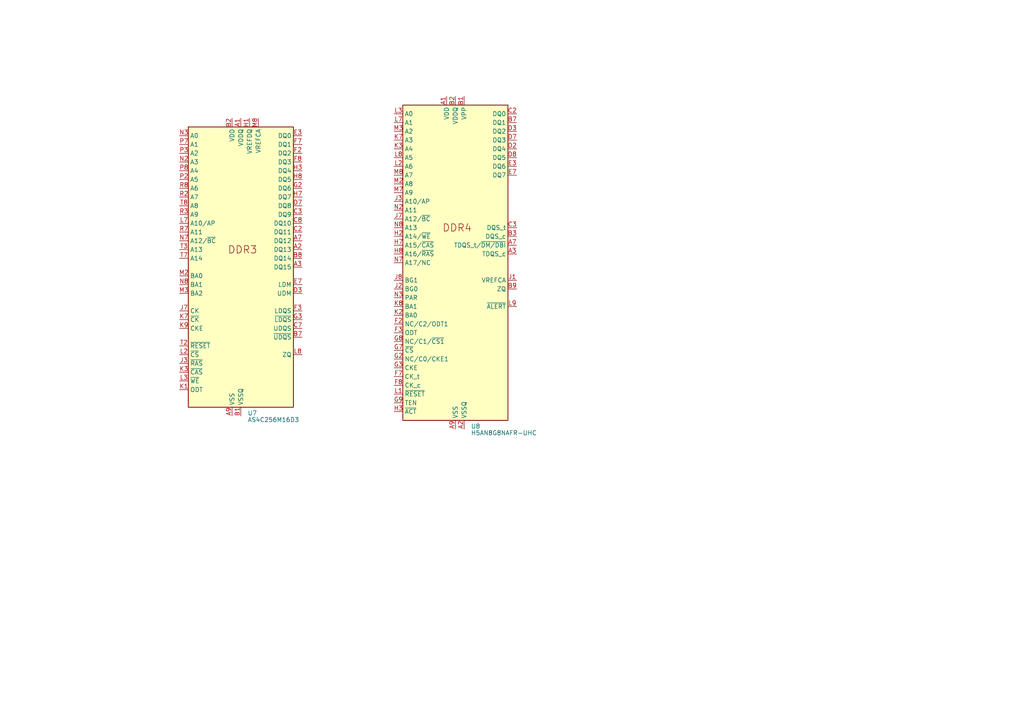
<source format=kicad_sch>
(kicad_sch (version 20230121) (generator eeschema)
  (paper "A4")
  (lib_symbols
    (symbol "Memory_RAM:AS4C256M16D3"
      (property "Reference" "U" (at -13.97 41.91 0))
      (property "Value" "AS4C256M16D3" (at 13.97 41.91 0))
      (symbol "AS4C256M16D3_0_1"
        (rectangle (start -15.24 -40.64) (end 15.24 40.64) (stroke (width 0.254)) (fill (type background)))
        (pin power_in line (at 0 43.18 270) (length 2.54) (name "VDDQ") (number "A1"))
        (pin passive line (at 0 43.18 270) (length 2.54) hide (name "VDDQ") (number "A8"))
        (pin power_in line (at -2.54 -43.18 90) (length 2.54) (name "VSS") (number "A9"))
        (pin power_in line (at 0 -43.18 90) (length 2.54) (name "VSSQ") (number "B1"))
        (pin power_in line (at -2.54 43.18 270) (length 2.54) (name "VDD") (number "B2"))
        (pin passive line (at -2.54 -43.18 90) (length 2.54) hide (name "VSS") (number "B3"))
        (pin passive line (at 0 -43.18 90) (length 2.54) hide (name "VSSQ") (number "B9"))
        (pin passive line (at 0 43.18 270) (length 2.54) hide (name "VDDQ") (number "C1"))
        (pin passive line (at 0 43.18 270) (length 2.54) hide (name "VDDQ") (number "C9"))
        (pin passive line (at 0 -43.18 90) (length 2.54) hide (name "VSSQ") (number "D1"))
        (pin passive line (at 0 43.18 270) (length 2.54) hide (name "VDDQ") (number "D2"))
        (pin passive line (at 0 -43.18 90) (length 2.54) hide (name "VSSQ") (number "D8"))
        (pin passive line (at -2.54 43.18 270) (length 2.54) hide (name "VDD") (number "D9"))
        (pin passive line (at -2.54 -43.18 90) (length 2.54) hide (name "VSS") (number "E1"))
        (pin passive line (at 0 -43.18 90) (length 2.54) hide (name "VSSQ") (number "E2"))
        (pin bidirectional line (at 17.78 38.1 180) (length 2.54) (name "DQ0") (number "E3"))
        (pin passive line (at 0 -43.18 90) (length 2.54) hide (name "VSSQ") (number "E8"))
        (pin passive line (at 0 43.18 270) (length 2.54) hide (name "VDDQ") (number "E9"))
        (pin passive line (at 0 43.18 270) (length 2.54) hide (name "VDDQ") (number "F1"))
        (pin bidirectional line (at 17.78 33.02 180) (length 2.54) (name "DQ2") (number "F2"))
        (pin bidirectional line (at 17.78 35.56 180) (length 2.54) (name "DQ1") (number "F7"))
        (pin bidirectional line (at 17.78 30.48 180) (length 2.54) (name "DQ3") (number "F8"))
        (pin passive line (at 0 -43.18 90) (length 2.54) hide (name "VSSQ") (number "F9"))
        (pin passive line (at 0 -43.18 90) (length 2.54) hide (name "VSSQ") (number "G1"))
        (pin bidirectional line (at 17.78 22.86 180) (length 2.54) (name "DQ6") (number "G2"))
        (pin passive line (at -2.54 43.18 270) (length 2.54) hide (name "VDD") (number "G7"))
        (pin passive line (at -2.54 -43.18 90) (length 2.54) hide (name "VSS") (number "G8"))
        (pin passive line (at 0 -43.18 90) (length 2.54) hide (name "VSSQ") (number "G9"))
        (pin power_in line (at 2.54 43.18 270) (length 2.54) (name "VREFDQ") (number "H1"))
        (pin passive line (at 0 43.18 270) (length 2.54) hide (name "VDDQ") (number "H2"))
        (pin bidirectional line (at 17.78 27.94 180) (length 2.54) (name "DQ4") (number "H3"))
        (pin bidirectional line (at 17.78 20.32 180) (length 2.54) (name "DQ7") (number "H7"))
        (pin bidirectional line (at 17.78 25.4 180) (length 2.54) (name "DQ5") (number "H8"))
        (pin passive line (at 0 43.18 270) (length 2.54) hide (name "VDDQ") (number "H9"))
        (pin passive line (at -2.54 -43.18 90) (length 2.54) hide (name "VSS") (number "J2"))
        (pin passive line (at -2.54 -43.18 90) (length 2.54) hide (name "VSS") (number "J8"))
        (pin passive line (at -2.54 43.18 270) (length 2.54) hide (name "VDD") (number "K2"))
        (pin passive line (at -2.54 43.18 270) (length 2.54) hide (name "VDD") (number "K8"))
        (pin input line (at -17.78 -25.4 0) (length 2.54) (name "~{CS}") (number "L2"))
        (pin input line (at -17.78 12.7 0) (length 2.54) (name "A10/AP") (number "L7"))
        (pin passive line (at -2.54 -43.18 90) (length 2.54) hide (name "VSS") (number "M1"))
        (pin passive line (at -2.54 -43.18 90) (length 2.54) hide (name "VSS") (number "M9"))
        (pin passive line (at -2.54 43.18 270) (length 2.54) hide (name "VDD") (number "N1"))
        (pin input line (at -17.78 30.48 0) (length 2.54) (name "A3") (number "N2"))
        (pin input line (at -17.78 38.1 0) (length 2.54) (name "A0") (number "N3"))
        (pin input line (at -17.78 7.62 0) (length 2.54) (name "A12/~{BC}") (number "N7"))
        (pin passive line (at -2.54 43.18 270) (length 2.54) hide (name "VDD") (number "N9"))
        (pin passive line (at -2.54 -43.18 90) (length 2.54) hide (name "VSS") (number "P1"))
        (pin input line (at -17.78 25.4 0) (length 2.54) (name "A5") (number "P2"))
        (pin input line (at -17.78 33.02 0) (length 2.54) (name "A2") (number "P3"))
        (pin input line (at -17.78 35.56 0) (length 2.54) (name "A1") (number "P7"))
        (pin input line (at -17.78 27.94 0) (length 2.54) (name "A4") (number "P8"))
        (pin passive line (at -2.54 -43.18 90) (length 2.54) hide (name "VSS") (number "P9"))
        (pin passive line (at -2.54 43.18 270) (length 2.54) hide (name "VDD") (number "R1"))
        (pin input line (at -17.78 20.32 0) (length 2.54) (name "A7") (number "R2"))
        (pin input line (at -17.78 15.24 0) (length 2.54) (name "A9") (number "R3"))
        (pin input line (at -17.78 10.16 0) (length 2.54) (name "A11") (number "R7"))
        (pin input line (at -17.78 22.86 0) (length 2.54) (name "A6") (number "R8"))
        (pin passive line (at -2.54 43.18 270) (length 2.54) hide (name "VDD") (number "R9"))
        (pin passive line (at -2.54 -43.18 90) (length 2.54) hide (name "VSS") (number "T1"))
        (pin input line (at -17.78 -22.86 0) (length 2.54) (name "~{RESET}") (number "T2"))
        (pin input line (at -17.78 5.08 0) (length 2.54) (name "A13") (number "T3"))
        (pin input line (at -17.78 2.54 0) (length 2.54) (name "A14") (number "T7"))
        (pin input line (at -17.78 17.78 0) (length 2.54) (name "A8") (number "T8"))
        (pin passive line (at -2.54 -43.18 90) (length 2.54) hide (name "VSS") (number "T9"))
      )
      (symbol "AS4C256M16D3_1_1"
        (text "DDR3" (at -3.81 3.81 0) (effects (font (size 2.1336 2.1336)) (justify left bottom)))
        (pin bidirectional line (at 17.78 5.08 180) (length 2.54) (name "DQ13") (number "A2"))
        (pin bidirectional line (at 17.78 0 180) (length 2.54) (name "DQ15") (number "A3"))
        (pin bidirectional line (at 17.78 7.62 180) (length 2.54) (name "DQ12") (number "A7"))
        (pin bidirectional line (at 17.78 -20.32 180) (length 2.54) (name "~{UDQS}") (number "B7"))
        (pin bidirectional line (at 17.78 2.54 180) (length 2.54) (name "DQ14") (number "B8"))
        (pin bidirectional line (at 17.78 10.16 180) (length 2.54) (name "DQ11") (number "C2"))
        (pin bidirectional line (at 17.78 15.24 180) (length 2.54) (name "DQ9") (number "C3"))
        (pin bidirectional line (at 17.78 -17.78 180) (length 2.54) (name "UDQS") (number "C7"))
        (pin bidirectional line (at 17.78 12.7 180) (length 2.54) (name "DQ10") (number "C8"))
        (pin input line (at 17.78 -7.62 180) (length 2.54) (name "UDM") (number "D3"))
        (pin bidirectional line (at 17.78 17.78 180) (length 2.54) (name "DQ8") (number "D7"))
        (pin input line (at 17.78 -5.08 180) (length 2.54) (name "LDM") (number "E7"))
        (pin bidirectional line (at 17.78 -12.7 180) (length 2.54) (name "LDQS") (number "F3"))
        (pin bidirectional line (at 17.78 -15.24 180) (length 2.54) (name "~{LDQS}") (number "G3"))
        (pin no_connect line (at 15.24 -27.94 180) (length 2.54) hide (name "NC") (number "J1"))
        (pin input line (at -17.78 -27.94 0) (length 2.54) (name "~{RAS}") (number "J3"))
        (pin input line (at -17.78 -12.7 0) (length 2.54) (name "CK") (number "J7"))
        (pin no_connect line (at 15.24 -30.48 180) (length 2.54) hide (name "NC") (number "J9"))
        (pin input line (at -17.78 -35.56 0) (length 2.54) (name "ODT") (number "K1"))
        (pin input line (at -17.78 -30.48 0) (length 2.54) (name "~{CAS}") (number "K3"))
        (pin input line (at -17.78 -15.24 0) (length 2.54) (name "~{CK}") (number "K7"))
        (pin input line (at -17.78 -17.78 0) (length 2.54) (name "CKE") (number "K9"))
        (pin no_connect line (at 15.24 -33.02 180) (length 2.54) hide (name "NC") (number "L1"))
        (pin input line (at -17.78 -33.02 0) (length 2.54) (name "~{WE}") (number "L3"))
        (pin input line (at 17.78 -25.4 180) (length 2.54) (name "ZQ") (number "L8"))
        (pin no_connect line (at 15.24 -35.56 180) (length 2.54) hide (name "NC") (number "L9"))
        (pin input line (at -17.78 -2.54 0) (length 2.54) (name "BA0") (number "M2"))
        (pin input line (at -17.78 -7.62 0) (length 2.54) (name "BA2") (number "M3"))
        (pin no_connect line (at 15.24 -38.1 180) (length 2.54) hide (name "NC") (number "M7"))
        (pin power_in line (at 5.08 43.18 270) (length 2.54) (name "VREFCA") (number "M8"))
        (pin input line (at -17.78 -5.08 0) (length 2.54) (name "BA1") (number "N8"))
      )
    )
    (symbol "Memory_RAM:H5AN8G8NAFR-UHC"
      (property "Reference" "U" (at -15.24 48.26 0))
      (property "Value" "H5AN8G8NAFR-UHC" (at 13.97 48.26 0))
      (symbol "H5AN8G8NAFR-UHC_0_1"
        (rectangle (start -15.24 -45.72) (end 15.24 45.72) (stroke (width 0.254)) (fill (type background)))
        (pin power_in line (at -2.54 48.26 270) (length 2.54) (name "VDD") (number "A1"))
        (pin power_in line (at 2.54 -48.26 90) (length 2.54) (name "VSSQ") (number "A2"))
        (pin output line (at 17.78 2.54 180) (length 2.54) (name "TDQS_c") (number "A3"))
        (pin bidirectional line (at 17.78 5.08 180) (length 2.54) (name "TDQS_t/~{DM/DBI}") (number "A7"))
        (pin passive line (at 2.54 -48.26 90) (length 2.54) hide (name "VSSQ") (number "A8"))
        (pin power_in line (at 0 -48.26 90) (length 2.54) (name "VSS") (number "A9"))
        (pin power_in line (at 2.54 48.26 270) (length 2.54) (name "VPP") (number "B1"))
        (pin power_in line (at 0 48.26 270) (length 2.54) (name "VDDQ") (number "B2"))
        (pin bidirectional line (at 17.78 7.62 180) (length 2.54) (name "DQS_c") (number "B3"))
        (pin bidirectional line (at 17.78 40.64 180) (length 2.54) (name "DQ1") (number "B7"))
        (pin passive line (at 0 48.26 270) (length 2.54) hide (name "VDDQ") (number "B8"))
        (pin passive line (at 17.78 -7.62 180) (length 2.54) (name "ZQ") (number "B9"))
        (pin passive line (at 0 48.26 270) (length 2.54) hide (name "VDDQ") (number "C1"))
        (pin bidirectional line (at 17.78 43.18 180) (length 2.54) (name "DQ0") (number "C2"))
        (pin bidirectional line (at 17.78 10.16 180) (length 2.54) (name "DQS_t") (number "C3"))
        (pin passive line (at -2.54 48.26 270) (length 2.54) hide (name "VDD") (number "C7"))
        (pin passive line (at 0 -48.26 90) (length 2.54) hide (name "VSS") (number "C8"))
        (pin passive line (at 0 48.26 270) (length 2.54) hide (name "VDDQ") (number "C9"))
        (pin passive line (at 2.54 -48.26 90) (length 2.54) hide (name "VSSQ") (number "D1"))
        (pin bidirectional line (at 17.78 33.02 180) (length 2.54) (name "DQ4") (number "D2"))
        (pin bidirectional line (at 17.78 38.1 180) (length 2.54) (name "DQ2") (number "D3"))
        (pin bidirectional line (at 17.78 35.56 180) (length 2.54) (name "DQ3") (number "D7"))
        (pin bidirectional line (at 17.78 30.48 180) (length 2.54) (name "DQ5") (number "D8"))
        (pin passive line (at 2.54 -48.26 90) (length 2.54) hide (name "VSSQ") (number "D9"))
        (pin passive line (at 0 -48.26 90) (length 2.54) hide (name "VSS") (number "E1"))
        (pin passive line (at 0 48.26 270) (length 2.54) hide (name "VDDQ") (number "E2"))
        (pin bidirectional line (at 17.78 27.94 180) (length 2.54) (name "DQ6") (number "E3"))
        (pin bidirectional line (at 17.78 25.4 180) (length 2.54) (name "DQ7") (number "E7"))
        (pin passive line (at 0 48.26 270) (length 2.54) hide (name "VDDQ") (number "E8"))
        (pin passive line (at 0 -48.26 90) (length 2.54) hide (name "VSS") (number "E9"))
        (pin passive line (at -2.54 48.26 270) (length 2.54) hide (name "VDD") (number "F1"))
        (pin passive line (at -17.78 -17.78 0) (length 2.54) (name "NC/C2/ODT1") (number "F2"))
        (pin input line (at -17.78 -20.32 0) (length 2.54) (name "ODT") (number "F3"))
        (pin input line (at -17.78 -33.02 0) (length 2.54) (name "CK_t") (number "F7"))
        (pin input line (at -17.78 -35.56 0) (length 2.54) (name "CK_c") (number "F8"))
        (pin passive line (at -2.54 48.26 270) (length 2.54) hide (name "VDD") (number "F9"))
        (pin passive line (at 0 -48.26 90) (length 2.54) hide (name "VSS") (number "G1"))
        (pin passive line (at -17.78 -27.94 0) (length 2.54) (name "NC/C0/CKE1") (number "G2"))
        (pin input line (at -17.78 -30.48 0) (length 2.54) (name "CKE") (number "G3"))
        (pin input line (at -17.78 -25.4 0) (length 2.54) (name "~{CS}") (number "G7"))
        (pin passive line (at -17.78 -22.86 0) (length 2.54) (name "NC/C1/~{CS1}") (number "G8"))
        (pin input line (at -17.78 -40.64 0) (length 2.54) (name "TEN") (number "G9"))
        (pin passive line (at -2.54 48.26 270) (length 2.54) hide (name "VDD") (number "H1"))
        (pin input line (at -17.78 7.62 0) (length 2.54) (name "A14/~{WE}") (number "H2"))
        (pin input line (at -17.78 -43.18 0) (length 2.54) (name "~{ACT}") (number "H3"))
        (pin input line (at -17.78 5.08 0) (length 2.54) (name "A15/~{CAS}") (number "H7"))
        (pin input line (at -17.78 2.54 0) (length 2.54) (name "A16/~{RAS}") (number "H8"))
        (pin passive line (at 0 -48.26 90) (length 2.54) hide (name "VSS") (number "H9"))
        (pin passive line (at 17.78 -5.08 180) (length 2.54) (name "VREFCA") (number "J1"))
        (pin input line (at -17.78 -7.62 0) (length 2.54) (name "BG0") (number "J2"))
        (pin input line (at -17.78 17.78 0) (length 2.54) (name "A10/AP") (number "J3"))
        (pin input line (at -17.78 12.7 0) (length 2.54) (name "A12/~{BC}") (number "J7"))
        (pin input line (at -17.78 -5.08 0) (length 2.54) (name "BG1") (number "J8"))
        (pin passive line (at -2.54 48.26 270) (length 2.54) hide (name "VDD") (number "J9"))
        (pin passive line (at 0 -48.26 90) (length 2.54) hide (name "VSS") (number "K1"))
        (pin input line (at -17.78 -15.24 0) (length 2.54) (name "BA0") (number "K2"))
        (pin input line (at -17.78 33.02 0) (length 2.54) (name "A4") (number "K3"))
        (pin input line (at -17.78 35.56 0) (length 2.54) (name "A3") (number "K7"))
        (pin input line (at -17.78 -12.7 0) (length 2.54) (name "BA1") (number "K8"))
        (pin passive line (at 0 -48.26 90) (length 2.54) hide (name "VSS") (number "K9"))
        (pin input line (at -17.78 -38.1 0) (length 2.54) (name "~{RESET}") (number "L1"))
        (pin input line (at -17.78 27.94 0) (length 2.54) (name "A6") (number "L2"))
        (pin input line (at -17.78 43.18 0) (length 2.54) (name "A0") (number "L3"))
        (pin input line (at -17.78 40.64 0) (length 2.54) (name "A1") (number "L7"))
        (pin input line (at -17.78 30.48 0) (length 2.54) (name "A5") (number "L8"))
        (pin open_collector line (at 17.78 -12.7 180) (length 2.54) (name "~{ALERT}") (number "L9"))
        (pin passive line (at -2.54 48.26 270) (length 2.54) hide (name "VDD") (number "M1"))
        (pin input line (at -17.78 22.86 0) (length 2.54) (name "A8") (number "M2"))
        (pin input line (at -17.78 38.1 0) (length 2.54) (name "A2") (number "M3"))
        (pin input line (at -17.78 20.32 0) (length 2.54) (name "A9") (number "M7"))
        (pin input line (at -17.78 25.4 0) (length 2.54) (name "A7") (number "M8"))
        (pin passive line (at 2.54 48.26 270) (length 2.54) hide (name "VPP") (number "M9"))
        (pin passive line (at 0 -48.26 90) (length 2.54) hide (name "VSS") (number "N1"))
        (pin input line (at -17.78 15.24 0) (length 2.54) (name "A11") (number "N2"))
        (pin input line (at -17.78 -10.16 0) (length 2.54) (name "PAR") (number "N3"))
        (pin passive line (at -17.78 0 0) (length 2.54) (name "A17/NC") (number "N7"))
        (pin input line (at -17.78 10.16 0) (length 2.54) (name "A13") (number "N8"))
        (pin passive line (at -2.54 48.26 270) (length 2.54) hide (name "VDD") (number "N9"))
      )
      (symbol "H5AN8G8NAFR-UHC_1_1"
        (text "DDR4" (at -3.81 8.89 0) (effects (font (size 2.1336 2.1336)) (justify left bottom)))
      )
    )
  )
  (symbol (lib_id "Memory_RAM:H5AN8G8NAFR-UHC") (at 132.08 76.2 0) (unit 1)
    (property "Reference" "U8" (at 136.5759 123.6425 0) (effects (justify left)))
    (property "Value" "H5AN8G8NAFR-UHC" (at 136.5759 125.5635 0) (effects (justify left)))
    (property "Footprint" "Package_BGA:FBGA-78_7.5x11mm_Layout2x3x13_P0.8mm" (effects hide))
    (property "Datasheet" "https://www.skhynix.com/product/filedata/fileDownload.do?seq=7687" (effects hide))
  )
  (symbol (lib_id "Memory_RAM:AS4C256M16D3") (at 69.85 77.47 0) (unit 1)
    (property "Reference" "U7" (at 71.8059 119.8325 0) (effects (justify left)))
    (property "Value" "AS4C256M16D3" (at 71.8059 121.7535 0) (effects (justify left)))
    (property "Footprint" "Package_BGA:BGA-96_9.0x13.0mm_Layout2x3x16_P0.8mm" (effects hide))
    (property "Datasheet" "https://www.alliancememory.com/wp-content/uploads/pdf/ddr3/4GB-AS4C256M16D3.pdf" (effects hide))
  )
)
</source>
